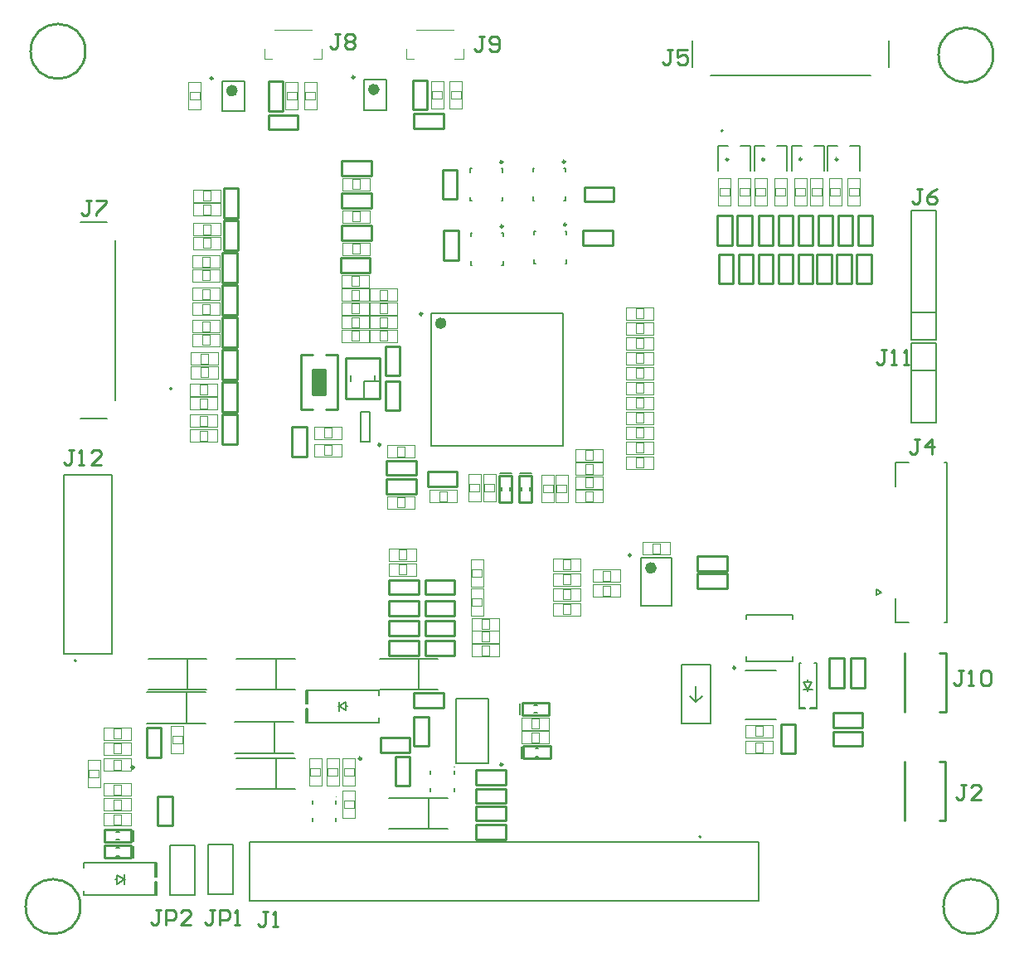
<source format=gbr>
G04*
G04 #@! TF.GenerationSoftware,Altium Limited,Altium Designer,24.1.2 (44)*
G04*
G04 Layer_Color=65535*
%FSLAX44Y44*%
%MOMM*%
G71*
G04*
G04 #@! TF.SameCoordinates,8DB790BD-C0D2-442E-8808-D1DB86FAA070*
G04*
G04*
G04 #@! TF.FilePolarity,Positive*
G04*
G01*
G75*
%ADD10C,0.2540*%
%ADD11C,0.1000*%
%ADD12C,0.2000*%
%ADD13C,0.2500*%
%ADD14C,0.6000*%
%ADD15C,0.3000*%
%ADD16C,0.1270*%
%ADD17C,0.2032*%
%ADD18C,0.1500*%
%ADD19C,0.1524*%
%ADD20R,1.2700X2.5400*%
D10*
X1317019Y1629410D02*
G03*
X1317019Y1629410I-27969J0D01*
G01*
X1311939Y755650D02*
G03*
X1311939Y755650I-27969J0D01*
G01*
X2249199D02*
G03*
X2249199Y755650I-27969J0D01*
G01*
X2244119Y1625600D02*
G03*
X2244119Y1625600I-27969J0D01*
G01*
X2195576Y954278D02*
Y1014730D01*
X2189480Y954278D02*
X2195576D01*
X2189480Y1014730D02*
X2195576D01*
X2153920Y954278D02*
Y1014730D01*
X2153390Y843588D02*
Y904040D01*
X2188950D02*
X2195046D01*
X2188950Y843588D02*
X2195046D01*
Y904040D01*
X1963540Y1392160D02*
Y1422160D01*
Y1392160D02*
X1978540D01*
X1963540Y1422160D02*
X1978540D01*
Y1392160D02*
Y1422160D01*
X2004180Y1392160D02*
Y1422160D01*
Y1392160D02*
X2019180D01*
X2004180Y1422160D02*
X2019180D01*
Y1392160D02*
Y1422160D01*
X1983860Y1392160D02*
Y1422160D01*
Y1392160D02*
X1998860D01*
X1983860Y1422160D02*
X1998860D01*
Y1392160D02*
Y1422160D01*
X2084190Y1392160D02*
Y1422160D01*
Y1392160D02*
X2099190D01*
X2084190Y1422160D02*
X2099190D01*
Y1392160D02*
Y1422160D01*
X2104510Y1392160D02*
Y1422160D01*
Y1392160D02*
X2119510D01*
X2104510Y1422160D02*
X2119510D01*
Y1392160D02*
Y1422160D01*
X2120780Y1431530D02*
Y1461530D01*
X2105780D02*
X2120780D01*
X2105780Y1431530D02*
X2120780D01*
X2105780D02*
Y1461530D01*
X2080140Y1431650D02*
Y1461650D01*
X2065140D02*
X2080140D01*
X2065140Y1431650D02*
X2080140D01*
X2065140D02*
Y1461650D01*
X2059820Y1431650D02*
Y1461650D01*
X2044820D02*
X2059820D01*
X2044820Y1431650D02*
X2059820D01*
X2044820D02*
Y1461650D01*
X2024500Y1392160D02*
Y1422160D01*
Y1392160D02*
X2039500D01*
X2024500Y1422160D02*
X2039500D01*
Y1392160D02*
Y1422160D01*
X2019180Y1431650D02*
Y1461650D01*
X2004180D02*
X2019180D01*
X2004180Y1431650D02*
X2019180D01*
X2004180D02*
Y1461650D01*
X2063870Y1392280D02*
Y1422280D01*
Y1392280D02*
X2078870D01*
X2063870Y1422280D02*
X2078870D01*
Y1392280D02*
Y1422280D01*
X2044820Y1392160D02*
Y1422160D01*
Y1392160D02*
X2059820D01*
X2044820Y1422160D02*
X2059820D01*
Y1392160D02*
Y1422160D01*
X1977270Y1431410D02*
Y1461410D01*
X1962270D02*
X1977270D01*
X1962270Y1431410D02*
X1977270D01*
X1962270D02*
Y1461410D01*
X1997590Y1431530D02*
Y1461530D01*
X1982590D02*
X1997590D01*
X1982590Y1431530D02*
X1997590D01*
X1982590D02*
Y1461530D01*
X2100460Y1431530D02*
Y1461530D01*
X2085460D02*
X2100460D01*
X2085460Y1431530D02*
X2100460D01*
X2085460D02*
Y1461530D01*
X2039500Y1431530D02*
Y1461530D01*
X2024500D02*
X2039500D01*
X2024500Y1431530D02*
X2039500D01*
X2024500D02*
Y1461530D01*
X1825230Y1446410D02*
X1855230D01*
X1825230Y1431410D02*
Y1446410D01*
X1855230Y1431410D02*
Y1446410D01*
X1825230Y1431410D02*
X1855230D01*
X1336310Y834390D02*
X1363710D01*
X1336310Y821690D02*
Y834390D01*
Y821690D02*
X1363710D01*
Y834390D01*
X1562862Y1319784D02*
X1574292D01*
X1537208D02*
X1548638D01*
X1549400Y1278890D02*
X1562100D01*
Y1304290D01*
X1549400D02*
X1562100D01*
X1549400Y1278890D02*
Y1304290D01*
X1537208Y1263396D02*
Y1319784D01*
X1574292Y1263396D02*
Y1319784D01*
X1562862Y1263396D02*
X1574292D01*
X1537208D02*
X1548638D01*
X1624570Y1196460D02*
X1654570D01*
Y1211460D01*
X1624570Y1196460D02*
Y1211460D01*
X1654570D01*
X1624570Y1177410D02*
X1654570D01*
Y1192410D01*
X1624570Y1177410D02*
Y1192410D01*
X1654570D01*
X1763030Y951230D02*
Y963930D01*
X1790430D01*
Y951230D02*
Y963930D01*
X1763030Y951230D02*
X1790430D01*
X1764300Y906780D02*
Y919480D01*
X1791700D01*
Y906780D02*
Y919480D01*
X1764300Y906780D02*
X1791700D01*
X1363830Y805180D02*
Y817880D01*
X1336430Y805180D02*
X1363830D01*
X1336430D02*
Y817880D01*
X1363830D01*
X1648330Y879080D02*
Y909080D01*
X1633330D02*
X1648330D01*
X1633330Y879080D02*
X1648330D01*
X1633330D02*
Y909080D01*
X1618210Y913250D02*
X1648210D01*
Y928250D01*
X1618210Y913250D02*
Y928250D01*
X1648210D01*
X1716010Y880230D02*
X1746010D01*
Y895230D01*
X1716010Y880230D02*
Y895230D01*
X1746010D01*
X1652510Y973970D02*
X1682510D01*
X1652510Y958970D02*
Y973970D01*
X1682510Y958970D02*
Y973970D01*
X1652510Y958970D02*
X1682510D01*
X1716010Y876180D02*
X1746010D01*
X1716010Y861180D02*
Y876180D01*
X1746010Y861180D02*
Y876180D01*
X1716010Y861180D02*
X1746010D01*
X1652390Y919720D02*
Y949720D01*
Y919720D02*
X1667390D01*
X1652390Y949720D02*
X1667390D01*
Y919720D02*
Y949720D01*
X1390760Y838560D02*
Y868560D01*
Y838560D02*
X1405760D01*
X1390760Y868560D02*
X1405760D01*
Y838560D02*
Y868560D01*
X1394330Y908290D02*
Y938290D01*
X1379330D02*
X1394330D01*
X1379330Y908290D02*
X1394330D01*
X1379330D02*
Y938290D01*
X1716010Y858400D02*
X1746010D01*
X1716010Y843400D02*
Y858400D01*
X1746010Y843400D02*
Y858400D01*
X1716010Y843400D02*
X1746010D01*
X1716010Y824350D02*
X1746010D01*
Y839350D01*
X1716010Y824350D02*
Y839350D01*
X1746010D01*
X1627110Y1032630D02*
X1657110D01*
Y1047630D01*
X1627110Y1032630D02*
Y1047630D01*
X1657110D01*
X1627110Y1074540D02*
X1657110D01*
Y1089540D01*
X1627110Y1074540D02*
Y1089540D01*
X1657110D01*
X1663940Y1032630D02*
X1693940D01*
Y1047630D01*
X1663940Y1032630D02*
Y1047630D01*
X1693940D01*
X1663940Y1074540D02*
X1693940D01*
Y1089540D01*
X1663940Y1074540D02*
Y1089540D01*
X1693940D01*
X1627110Y1012310D02*
X1657110D01*
Y1027310D01*
X1627110Y1012310D02*
Y1027310D01*
X1657110D01*
X1627110Y1052950D02*
X1657110D01*
Y1067950D01*
X1627110Y1052950D02*
Y1067950D01*
X1657110D01*
X1663940Y1012310D02*
X1693940D01*
Y1027310D01*
X1663940Y1012310D02*
Y1027310D01*
X1693940D01*
X1663940Y1052950D02*
X1693940D01*
Y1067950D01*
X1663940Y1052950D02*
Y1067950D01*
X1693940D01*
X1682870Y1416410D02*
Y1446410D01*
Y1416410D02*
X1697870D01*
X1682870Y1446410D02*
X1697870D01*
Y1416410D02*
Y1446410D01*
X1681600Y1478520D02*
Y1508520D01*
Y1478520D02*
X1696600D01*
X1681600Y1508520D02*
X1696600D01*
Y1478520D02*
Y1508520D01*
X1826620Y1475860D02*
X1856620D01*
Y1490860D01*
X1826620Y1475860D02*
Y1490860D01*
X1856620D01*
X1666405Y1184835D02*
X1696405D01*
Y1199835D01*
X1666405Y1184835D02*
Y1199835D01*
X1696405D01*
X1578850Y1469510D02*
X1608850D01*
Y1484510D01*
X1578850Y1469510D02*
Y1484510D01*
X1608850D01*
X1456810Y1261230D02*
Y1291230D01*
Y1261230D02*
X1471810D01*
X1456810Y1291230D02*
X1471810D01*
Y1261230D02*
Y1291230D01*
X1456810Y1393310D02*
Y1423310D01*
Y1393310D02*
X1471810D01*
X1456810Y1423310D02*
X1471810D01*
Y1393310D02*
Y1423310D01*
X1456810Y1327270D02*
Y1357270D01*
Y1327270D02*
X1471810D01*
X1456810Y1357270D02*
X1471810D01*
Y1327270D02*
Y1357270D01*
X1578850Y1502530D02*
X1608850D01*
Y1517530D01*
X1578850Y1502530D02*
Y1517530D01*
X1608850D01*
X1458080Y1459350D02*
Y1489350D01*
Y1459350D02*
X1473080D01*
X1458080Y1489350D02*
X1473080D01*
Y1459350D02*
Y1489350D01*
X1471810Y1228210D02*
Y1258210D01*
X1456810D02*
X1471810D01*
X1456810Y1228210D02*
X1471810D01*
X1456810D02*
Y1258210D01*
X1577580Y1403470D02*
X1607580D01*
Y1418470D01*
X1577580Y1403470D02*
Y1418470D01*
X1607580D01*
X1471810Y1360290D02*
Y1390290D01*
X1456810D02*
X1471810D01*
X1456810Y1360290D02*
X1471810D01*
X1456810D02*
Y1390290D01*
X1473080Y1426330D02*
Y1456330D01*
X1458080D02*
X1473080D01*
X1458080Y1426330D02*
X1473080D01*
X1458080D02*
Y1456330D01*
X1578850Y1436490D02*
X1608850D01*
Y1451490D01*
X1578850Y1436490D02*
Y1451490D01*
X1608850D01*
X1471810Y1294250D02*
Y1324250D01*
X1456810D02*
X1471810D01*
X1456810Y1294250D02*
X1471810D01*
X1456810D02*
Y1324250D01*
X1518800Y1568690D02*
Y1598690D01*
X1503800D02*
X1518800D01*
X1503800Y1568690D02*
X1518800D01*
X1503800D02*
Y1598690D01*
X1666120Y1569960D02*
Y1599960D01*
X1651120D02*
X1666120D01*
X1651120Y1569960D02*
X1666120D01*
X1651120D02*
Y1599960D01*
X1503800Y1564520D02*
X1533800D01*
X1503800Y1549520D02*
Y1564520D01*
X1533800Y1549520D02*
Y1564520D01*
X1503800Y1549520D02*
X1533800D01*
X1652510Y1565790D02*
X1682510D01*
X1652510Y1550790D02*
Y1565790D01*
X1682510Y1550790D02*
Y1565790D01*
X1652510Y1550790D02*
X1682510D01*
X2098160Y979410D02*
Y1009410D01*
Y979410D02*
X2113160D01*
X2098160Y1009410D02*
X2113160D01*
Y979410D02*
Y1009410D01*
X2076570Y979410D02*
Y1009410D01*
Y979410D02*
X2091570D01*
X2076570Y1009410D02*
X2091570D01*
Y979410D02*
Y1009410D01*
X2080500Y938650D02*
X2110500D01*
Y953650D01*
X2080500Y938650D02*
Y953650D01*
X2110500D01*
X2027040Y912100D02*
Y942100D01*
Y912100D02*
X2042040D01*
X2027040Y942100D02*
X2042040D01*
Y912100D02*
Y942100D01*
X2080500Y919600D02*
X2110500D01*
Y934600D01*
X2080500Y919600D02*
Y934600D01*
X2110500D01*
X1941950Y1113670D02*
X1971950D01*
X1941950Y1098670D02*
Y1113670D01*
X1971950Y1098670D02*
Y1113670D01*
X1941950Y1098670D02*
X1971950D01*
X1942070Y1080890D02*
X1972070D01*
Y1095890D01*
X1942070Y1080890D02*
Y1095890D01*
X1972070D01*
X1527930Y1215630D02*
Y1245630D01*
Y1215630D02*
X1542930D01*
X1527930Y1245630D02*
X1542930D01*
Y1215630D02*
Y1245630D01*
X1583200Y1274900D02*
X1617200D01*
X1583200D02*
Y1315900D01*
X1617200D01*
Y1274900D02*
Y1315900D01*
X1623180Y1262620D02*
Y1292620D01*
Y1262620D02*
X1638180D01*
X1623180Y1292620D02*
X1638180D01*
Y1262620D02*
Y1292620D01*
X1638180Y1298180D02*
Y1328180D01*
X1623180D02*
X1638180D01*
X1623180Y1298180D02*
X1638180D01*
X1623180D02*
Y1328180D01*
X1760220Y1196070D02*
X1772920D01*
Y1168670D02*
Y1196070D01*
X1760220Y1168670D02*
X1772920D01*
X1760220D02*
Y1196070D01*
X1739900D02*
X1752600D01*
Y1168670D02*
Y1196070D01*
X1739900Y1168670D02*
X1752600D01*
X1739900D02*
Y1196070D01*
X1323341Y1477007D02*
X1318262D01*
X1320802D01*
Y1464312D01*
X1318262Y1461772D01*
X1315723D01*
X1313184Y1464312D01*
X1328419Y1477007D02*
X1338576D01*
Y1474468D01*
X1328419Y1464312D01*
Y1461772D01*
X1577341Y1647188D02*
X1572263D01*
X1574802D01*
Y1634492D01*
X1572263Y1631953D01*
X1569723D01*
X1567184Y1634492D01*
X1582419Y1644648D02*
X1584958Y1647188D01*
X1590037D01*
X1592576Y1644648D01*
Y1642109D01*
X1590037Y1639570D01*
X1592576Y1637031D01*
Y1634492D01*
X1590037Y1631953D01*
X1584958D01*
X1582419Y1634492D01*
Y1637031D01*
X1584958Y1639570D01*
X1582419Y1642109D01*
Y1644648D01*
X1584958Y1639570D02*
X1590037D01*
X1724661Y1644648D02*
X1719583D01*
X1722122D01*
Y1631952D01*
X1719583Y1629413D01*
X1717043D01*
X1714504Y1631952D01*
X1729739D02*
X1732278Y1629413D01*
X1737357D01*
X1739896Y1631952D01*
Y1642108D01*
X1737357Y1644648D01*
X1732278D01*
X1729739Y1642108D01*
Y1639569D01*
X1732278Y1637030D01*
X1739896D01*
X1916431Y1630677D02*
X1911353D01*
X1913892D01*
Y1617982D01*
X1911353Y1615443D01*
X1908813D01*
X1906274Y1617982D01*
X1931666Y1630677D02*
X1921509D01*
Y1623060D01*
X1926588Y1625599D01*
X1929127D01*
X1931666Y1623060D01*
Y1617982D01*
X1929127Y1615443D01*
X1924048D01*
X1921509Y1617982D01*
X2213613Y996947D02*
X2208535D01*
X2211074D01*
Y984252D01*
X2208535Y981712D01*
X2205995D01*
X2203456Y984252D01*
X2218691Y981712D02*
X2223770D01*
X2221230D01*
Y996947D01*
X2218691Y994408D01*
X2231387D02*
X2233926Y996947D01*
X2239005D01*
X2241544Y994408D01*
Y984252D01*
X2239005Y981712D01*
X2233926D01*
X2231387Y984252D01*
Y994408D01*
X2216151Y880107D02*
X2211073D01*
X2213612D01*
Y867412D01*
X2211073Y864873D01*
X2208533D01*
X2205994Y867412D01*
X2231386Y864873D02*
X2221229D01*
X2231386Y875029D01*
Y877568D01*
X2228847Y880107D01*
X2223768D01*
X2221229Y877568D01*
X1304795Y1221989D02*
X1299716D01*
X1302256D01*
Y1209293D01*
X1299716Y1206754D01*
X1297177D01*
X1294638Y1209293D01*
X1309873Y1206754D02*
X1314951D01*
X1312412D01*
Y1221989D01*
X1309873Y1219450D01*
X1332726Y1206754D02*
X1322569D01*
X1332726Y1216911D01*
Y1219450D01*
X1330186Y1221989D01*
X1325108D01*
X1322569Y1219450D01*
X2169161Y1233167D02*
X2164082D01*
X2166622D01*
Y1220472D01*
X2164082Y1217933D01*
X2161543D01*
X2159004Y1220472D01*
X2181857Y1217933D02*
Y1233167D01*
X2174239Y1225550D01*
X2184396D01*
X1503680Y750567D02*
X1498602D01*
X1501141D01*
Y737872D01*
X1498602Y735332D01*
X1496062D01*
X1493523Y737872D01*
X1508758Y735332D02*
X1513837D01*
X1511298D01*
Y750567D01*
X1508758Y748028D01*
X1394453Y751837D02*
X1389375D01*
X1391914D01*
Y739142D01*
X1389375Y736602D01*
X1386836D01*
X1384297Y739142D01*
X1399532Y736602D02*
Y751837D01*
X1407149D01*
X1409688Y749298D01*
Y744220D01*
X1407149Y741681D01*
X1399532D01*
X1424924Y736602D02*
X1414767D01*
X1424924Y746759D01*
Y749298D01*
X1422384Y751837D01*
X1417306D01*
X1414767Y749298D01*
X1449062Y751837D02*
X1443984D01*
X1446523D01*
Y739142D01*
X1443984Y736602D01*
X1441445D01*
X1438906Y739142D01*
X1454141Y736602D02*
Y751837D01*
X1461758D01*
X1464298Y749298D01*
Y744220D01*
X1461758Y741681D01*
X1454141D01*
X1469376Y736602D02*
X1474454D01*
X1471915D01*
Y751837D01*
X1469376Y749298D01*
X2134872Y1324608D02*
X2129794D01*
X2132333D01*
Y1311912D01*
X2129794Y1309373D01*
X2127254D01*
X2124715Y1311912D01*
X2139950Y1309373D02*
X2145029D01*
X2142490D01*
Y1324608D01*
X2139950Y1322068D01*
X2152646Y1309373D02*
X2157725D01*
X2155186D01*
Y1324608D01*
X2152646Y1322068D01*
X2171701Y1488438D02*
X2166622D01*
X2169162D01*
Y1475742D01*
X2166622Y1473203D01*
X2164083D01*
X2161544Y1475742D01*
X2186936Y1488438D02*
X2181857Y1485898D01*
X2176779Y1480820D01*
Y1475742D01*
X2179318Y1473203D01*
X2184397D01*
X2186936Y1475742D01*
Y1478281D01*
X2184397Y1480820D01*
X2176779D01*
D11*
X1573170Y867730D02*
G03*
X1573170Y867730I-500J0D01*
G01*
X1693970Y898420D02*
G03*
X1693970Y898420I-500J0D01*
G01*
X1588771Y1389380D02*
X1596391D01*
X1588771D02*
Y1399540D01*
X1596391D01*
Y1389380D02*
Y1399540D01*
X1578611Y1388110D02*
X1606551D01*
X1578611D02*
Y1400810D01*
X1583691D01*
X1606551D01*
Y1388110D02*
Y1400810D01*
X1558610Y1621790D02*
Y1631950D01*
X1510350Y1651000D02*
X1548450D01*
X1500190Y1621790D02*
Y1631950D01*
Y1621790D02*
X1507810D01*
X1549720D02*
X1558610D01*
X1703070D02*
Y1631950D01*
X1654810Y1651000D02*
X1692910D01*
X1644650Y1621790D02*
Y1631950D01*
Y1621790D02*
X1652270D01*
X1694180D02*
X1703070D01*
X1827529Y1207770D02*
X1835149D01*
Y1197610D02*
Y1207770D01*
X1827529Y1197610D02*
X1835149D01*
X1827529D02*
Y1207770D01*
X1817369Y1209040D02*
X1845309D01*
Y1196340D02*
Y1209040D01*
X1840229Y1196340D02*
X1845309D01*
X1817369D02*
X1840229D01*
X1817369D02*
Y1209040D01*
X1827529Y1179830D02*
X1835149D01*
Y1169670D02*
Y1179830D01*
X1827529Y1169670D02*
X1835149D01*
X1827529D02*
Y1179830D01*
X1817369Y1181100D02*
X1845309D01*
Y1168400D02*
Y1181100D01*
X1840229Y1168400D02*
X1845309D01*
X1817369D02*
X1840229D01*
X1817369D02*
Y1181100D01*
X1827529Y1221740D02*
X1835149D01*
Y1211580D02*
Y1221740D01*
X1827529Y1211580D02*
X1835149D01*
X1827529D02*
Y1221740D01*
X1817369Y1223010D02*
X1845309D01*
Y1210310D02*
Y1223010D01*
X1840229Y1210310D02*
X1845309D01*
X1817369D02*
X1840229D01*
X1817369D02*
Y1223010D01*
X1827529Y1193800D02*
X1835149D01*
Y1183640D02*
Y1193800D01*
X1827529Y1183640D02*
X1835149D01*
X1827529D02*
Y1193800D01*
X1817369Y1195070D02*
X1845309D01*
Y1182370D02*
Y1195070D01*
X1840229Y1182370D02*
X1845309D01*
X1817369D02*
X1840229D01*
X1817369D02*
Y1195070D01*
X1668779Y1168400D02*
Y1181100D01*
Y1168400D02*
X1691639D01*
X1696719D01*
Y1181100D01*
X1668779D02*
X1696719D01*
X1678939Y1169670D02*
Y1179830D01*
Y1169670D02*
X1686559D01*
Y1179830D01*
X1678939D02*
X1686559D01*
X1708150Y1169669D02*
X1720850D01*
Y1192529D01*
Y1197609D01*
X1708150D02*
X1720850D01*
X1708150Y1169669D02*
Y1197609D01*
X1709420Y1179829D02*
X1719580D01*
Y1187449D01*
X1709420D02*
X1719580D01*
X1709420Y1179829D02*
Y1187449D01*
X1723390Y1169669D02*
X1736090D01*
Y1192529D01*
Y1197609D01*
X1723390D02*
X1736090D01*
X1723390Y1169669D02*
Y1197609D01*
X1724660Y1179829D02*
X1734820D01*
Y1187449D01*
X1724660D02*
X1734820D01*
X1724660Y1179829D02*
Y1187449D01*
X1625599Y1214120D02*
Y1226820D01*
Y1214120D02*
X1648459D01*
X1653539D01*
Y1226820D01*
X1625599D02*
X1653539D01*
X1635759Y1215390D02*
Y1225550D01*
Y1215390D02*
X1643379D01*
Y1225550D01*
X1635759D02*
X1643379D01*
X1625599Y1162050D02*
Y1174750D01*
Y1162050D02*
X1648459D01*
X1653539D01*
Y1174750D01*
X1625599D02*
X1653539D01*
X1635759Y1163320D02*
Y1173480D01*
Y1163320D02*
X1643379D01*
Y1173480D01*
X1635759D02*
X1643379D01*
X1869439Y1217930D02*
Y1230630D01*
Y1217930D02*
X1892299D01*
X1897379D01*
Y1230630D01*
X1869439D02*
X1897379D01*
X1879599Y1219200D02*
Y1229360D01*
Y1219200D02*
X1887219D01*
Y1229360D01*
X1879599D02*
X1887219D01*
X1869440Y1233170D02*
Y1245870D01*
Y1233170D02*
X1892300D01*
X1897380D01*
Y1245870D01*
X1869440D02*
X1897380D01*
X1879600Y1234440D02*
Y1244600D01*
Y1234440D02*
X1887220D01*
Y1244600D01*
X1879600D02*
X1887220D01*
X1869439Y1248410D02*
Y1261110D01*
Y1248410D02*
X1892299D01*
X1897379D01*
Y1261110D01*
X1869439D02*
X1897379D01*
X1879599Y1249680D02*
Y1259840D01*
Y1249680D02*
X1887219D01*
Y1259840D01*
X1879599D02*
X1887219D01*
X1869061Y1278889D02*
Y1291589D01*
Y1278889D02*
X1891921D01*
X1897001D01*
Y1291589D01*
X1869061D02*
X1897001D01*
X1879221Y1280159D02*
Y1290319D01*
Y1280159D02*
X1886841D01*
Y1290319D01*
X1879221D02*
X1886841D01*
X1869061Y1294129D02*
Y1306829D01*
Y1294129D02*
X1891921D01*
X1897001D01*
Y1306829D01*
X1869061D02*
X1897001D01*
X1879221Y1295399D02*
Y1305559D01*
Y1295399D02*
X1886841D01*
Y1305559D01*
X1879221D02*
X1886841D01*
X1869061Y1309369D02*
Y1322069D01*
Y1309369D02*
X1891921D01*
X1897001D01*
Y1322069D01*
X1869061D02*
X1897001D01*
X1879221Y1310639D02*
Y1320799D01*
Y1310639D02*
X1886841D01*
Y1320799D01*
X1879221D02*
X1886841D01*
X1869061Y1324609D02*
Y1337309D01*
Y1324609D02*
X1891921D01*
X1897001D01*
Y1337309D01*
X1869061D02*
X1897001D01*
X1879221Y1325879D02*
Y1336039D01*
Y1325879D02*
X1886841D01*
Y1336039D01*
X1879221D02*
X1886841D01*
X1579870Y845819D02*
X1592570D01*
Y868679D01*
Y873759D01*
X1579870D02*
X1592570D01*
X1579870Y845819D02*
Y873759D01*
X1581140Y855979D02*
X1591300D01*
Y863599D01*
X1581140D02*
X1591300D01*
X1581140Y855979D02*
Y863599D01*
X1545580Y878839D02*
X1558280D01*
Y901699D01*
Y906779D01*
X1545580D02*
X1558280D01*
X1545580Y878839D02*
Y906779D01*
X1546850Y888999D02*
X1557010D01*
Y896619D01*
X1546850D02*
X1557010D01*
X1546850Y888999D02*
Y896619D01*
X1563360Y906781D02*
X1576060D01*
X1563360Y883921D02*
Y906781D01*
Y878841D02*
Y883921D01*
Y878841D02*
X1576060D01*
Y906781D01*
X1564630Y896621D02*
X1574790D01*
X1564630Y889001D02*
Y896621D01*
Y889001D02*
X1574790D01*
Y896621D01*
X1762759Y935990D02*
Y948690D01*
Y935990D02*
X1785619D01*
X1790699D01*
Y948690D01*
X1762759D02*
X1790699D01*
X1772919Y937260D02*
Y947420D01*
Y937260D02*
X1780539D01*
Y947420D01*
X1772919D02*
X1780539D01*
X1762759Y922020D02*
Y934720D01*
Y922020D02*
X1785619D01*
X1790699D01*
Y934720D01*
X1762759D02*
X1790699D01*
X1772919Y923290D02*
Y933450D01*
Y923290D02*
X1780539D01*
Y933450D01*
X1772919D02*
X1780539D01*
X1579870Y878839D02*
X1592570D01*
Y901699D01*
Y906779D01*
X1579870D02*
X1592570D01*
X1579870Y878839D02*
Y906779D01*
X1581140Y888999D02*
X1591300D01*
Y896619D01*
X1581140D02*
X1591300D01*
X1581140Y888999D02*
Y896619D01*
X1336039Y853440D02*
Y866140D01*
Y853440D02*
X1358899D01*
X1363979D01*
Y866140D01*
X1336039D02*
X1363979D01*
X1346199Y854710D02*
Y864870D01*
Y854710D02*
X1353819D01*
Y864870D01*
X1346199D02*
X1353819D01*
X1336039Y868680D02*
Y881380D01*
Y868680D02*
X1358899D01*
X1363979D01*
Y881380D01*
X1336039D02*
X1363979D01*
X1346199Y869950D02*
Y880110D01*
Y869950D02*
X1353819D01*
Y880110D01*
X1346199D02*
X1353819D01*
X1336039Y894080D02*
Y906780D01*
Y894080D02*
X1358899D01*
X1363979D01*
Y906780D01*
X1336039D02*
X1363979D01*
X1346199Y895350D02*
Y905510D01*
Y895350D02*
X1353819D01*
Y905510D01*
X1346199D02*
X1353819D01*
X1363981Y925830D02*
Y938530D01*
X1341121D02*
X1363981D01*
X1336041D02*
X1341121D01*
X1336041Y925830D02*
Y938530D01*
Y925830D02*
X1363981D01*
X1353821Y927100D02*
Y937260D01*
X1346201D02*
X1353821D01*
X1346201Y927100D02*
Y937260D01*
Y927100D02*
X1353821D01*
X1363981Y838200D02*
Y850900D01*
X1341121D02*
X1363981D01*
X1336041D02*
X1341121D01*
X1336041Y838200D02*
Y850900D01*
Y838200D02*
X1363981D01*
X1353821Y839470D02*
Y849630D01*
X1346201D02*
X1353821D01*
X1346201Y839470D02*
Y849630D01*
Y839470D02*
X1353821D01*
X1336039Y910590D02*
Y923290D01*
Y910590D02*
X1358899D01*
X1363979D01*
Y923290D01*
X1336039D02*
X1363979D01*
X1346199Y911860D02*
Y922020D01*
Y911860D02*
X1353819D01*
Y922020D01*
X1346199D02*
X1353819D01*
X1319530Y877569D02*
X1332230D01*
Y900429D01*
Y905509D01*
X1319530D02*
X1332230D01*
X1319530Y877569D02*
Y905509D01*
X1320800Y887729D02*
X1330960D01*
Y895349D01*
X1320800D02*
X1330960D01*
X1320800Y887729D02*
Y895349D01*
X1404610Y939801D02*
X1417310D01*
X1404610Y916941D02*
Y939801D01*
Y911861D02*
Y916941D01*
Y911861D02*
X1417310D01*
Y939801D01*
X1405880Y929641D02*
X1416040D01*
X1405880Y922021D02*
Y929641D01*
Y922021D02*
X1416040D01*
Y929641D01*
X1654811Y1093470D02*
Y1106170D01*
X1631951D02*
X1654811D01*
X1626871D02*
X1631951D01*
X1626871Y1093470D02*
Y1106170D01*
Y1093470D02*
X1654811D01*
X1644651Y1094740D02*
Y1104900D01*
X1637031D02*
X1644651D01*
X1637031Y1094740D02*
Y1104900D01*
Y1094740D02*
X1644651D01*
X1654811Y1108710D02*
Y1121410D01*
X1631951D02*
X1654811D01*
X1626871D02*
X1631951D01*
X1626871Y1108710D02*
Y1121410D01*
Y1108710D02*
X1654811D01*
X1644651Y1109980D02*
Y1120140D01*
X1637031D02*
X1644651D01*
X1637031Y1109980D02*
Y1120140D01*
Y1109980D02*
X1644651D01*
X1797050Y1196341D02*
X1809750D01*
X1797050Y1173481D02*
Y1196341D01*
Y1168401D02*
Y1173481D01*
Y1168401D02*
X1809750D01*
Y1196341D01*
X1798320Y1186181D02*
X1808480D01*
X1798320Y1178561D02*
Y1186181D01*
Y1178561D02*
X1808480D01*
Y1186181D01*
X1783080Y1196341D02*
X1795780D01*
X1783080Y1173481D02*
Y1196341D01*
Y1168401D02*
Y1173481D01*
Y1168401D02*
X1795780D01*
Y1196341D01*
X1784350Y1186181D02*
X1794510D01*
X1784350Y1178561D02*
Y1186181D01*
Y1178561D02*
X1794510D01*
Y1186181D01*
X1739901Y1024890D02*
Y1037590D01*
X1717041D02*
X1739901D01*
X1711961D02*
X1717041D01*
X1711961Y1024890D02*
Y1037590D01*
Y1024890D02*
X1739901D01*
X1729741Y1026160D02*
Y1036320D01*
X1722121D02*
X1729741D01*
X1722121Y1026160D02*
Y1036320D01*
Y1026160D02*
X1729741D01*
X1739901Y1037590D02*
Y1050290D01*
X1717041D02*
X1739901D01*
X1711961D02*
X1717041D01*
X1711961Y1037590D02*
Y1050290D01*
Y1037590D02*
X1739901D01*
X1729741Y1038860D02*
Y1049020D01*
X1722121D02*
X1729741D01*
X1722121Y1038860D02*
Y1049020D01*
Y1038860D02*
X1729741D01*
X1739901Y1010920D02*
Y1023620D01*
X1717041D02*
X1739901D01*
X1711961D02*
X1717041D01*
X1711961Y1010920D02*
Y1023620D01*
Y1010920D02*
X1739901D01*
X1729741Y1012190D02*
Y1022350D01*
X1722121D02*
X1729741D01*
X1722121Y1012190D02*
Y1022350D01*
Y1012190D02*
X1729741D01*
X1794509Y1098550D02*
Y1111250D01*
Y1098550D02*
X1817369D01*
X1822449D01*
Y1111250D01*
X1794509D02*
X1822449D01*
X1804669Y1099820D02*
Y1109980D01*
Y1099820D02*
X1812289D01*
Y1109980D01*
X1804669D02*
X1812289D01*
X1794509Y1052830D02*
Y1065530D01*
Y1052830D02*
X1817369D01*
X1822449D01*
Y1065530D01*
X1794509D02*
X1822449D01*
X1804669Y1054100D02*
Y1064260D01*
Y1054100D02*
X1812289D01*
Y1064260D01*
X1804669D02*
X1812289D01*
X1794509Y1068070D02*
Y1080770D01*
Y1068070D02*
X1817369D01*
X1822449D01*
Y1080770D01*
X1794509D02*
X1822449D01*
X1804669Y1069340D02*
Y1079500D01*
Y1069340D02*
X1812289D01*
Y1079500D01*
X1804669D02*
X1812289D01*
X1710690Y1109981D02*
X1723390D01*
X1710690Y1087121D02*
Y1109981D01*
Y1082041D02*
Y1087121D01*
Y1082041D02*
X1723390D01*
Y1109981D01*
X1711960Y1099821D02*
X1722120D01*
X1711960Y1092201D02*
Y1099821D01*
Y1092201D02*
X1722120D01*
Y1099821D01*
X1897381Y1355090D02*
Y1367790D01*
X1874521D02*
X1897381D01*
X1869441D02*
X1874521D01*
X1869441Y1355090D02*
Y1367790D01*
Y1355090D02*
X1897381D01*
X1887221Y1356360D02*
Y1366520D01*
X1879601D02*
X1887221D01*
X1879601Y1356360D02*
Y1366520D01*
Y1356360D02*
X1887221D01*
X1897381Y1263650D02*
Y1276350D01*
X1874521D02*
X1897381D01*
X1869441D02*
X1874521D01*
X1869441Y1263650D02*
Y1276350D01*
Y1263650D02*
X1897381D01*
X1887221Y1264920D02*
Y1275080D01*
X1879601D02*
X1887221D01*
X1879601Y1264920D02*
Y1275080D01*
Y1264920D02*
X1887221D01*
X1897381Y1202690D02*
Y1215390D01*
X1874521D02*
X1897381D01*
X1869441D02*
X1874521D01*
X1869441Y1202690D02*
Y1215390D01*
Y1202690D02*
X1897381D01*
X1887221Y1203960D02*
Y1214120D01*
X1879601D02*
X1887221D01*
X1879601Y1203960D02*
Y1214120D01*
Y1203960D02*
X1887221D01*
X1897381Y1339850D02*
Y1352550D01*
X1874521D02*
X1897381D01*
X1869441D02*
X1874521D01*
X1869441Y1339850D02*
Y1352550D01*
Y1339850D02*
X1897381D01*
X1887221Y1341120D02*
Y1351280D01*
X1879601D02*
X1887221D01*
X1879601Y1341120D02*
Y1351280D01*
Y1341120D02*
X1887221D01*
X1710690Y1080771D02*
X1723390D01*
X1710690Y1057911D02*
Y1080771D01*
Y1052831D02*
Y1057911D01*
Y1052831D02*
X1723390D01*
Y1080771D01*
X1711960Y1070611D02*
X1722120D01*
X1711960Y1062991D02*
Y1070611D01*
Y1062991D02*
X1722120D01*
Y1070611D01*
X1822451Y1083310D02*
Y1096010D01*
X1799591D02*
X1822451D01*
X1794511D02*
X1799591D01*
X1794511Y1083310D02*
Y1096010D01*
Y1083310D02*
X1822451D01*
X1812291Y1084580D02*
Y1094740D01*
X1804671D02*
X1812291D01*
X1804671Y1084580D02*
Y1094740D01*
Y1084580D02*
X1812291D01*
X1635761Y1374140D02*
Y1386840D01*
X1612901D02*
X1635761D01*
X1607821D02*
X1612901D01*
X1607821Y1374140D02*
Y1386840D01*
Y1374140D02*
X1635761D01*
X1625601Y1375410D02*
Y1385570D01*
X1617981D02*
X1625601D01*
X1617981Y1375410D02*
Y1385570D01*
Y1375410D02*
X1625601D01*
X1635761Y1360170D02*
Y1372870D01*
X1612901D02*
X1635761D01*
X1607821D02*
X1612901D01*
X1607821Y1360170D02*
Y1372870D01*
Y1360170D02*
X1635761D01*
X1625601Y1361440D02*
Y1371600D01*
X1617981D02*
X1625601D01*
X1617981Y1361440D02*
Y1371600D01*
Y1361440D02*
X1625601D01*
X1578609Y1374140D02*
Y1386840D01*
Y1374140D02*
X1601469D01*
X1606549D01*
Y1386840D01*
X1578609D02*
X1606549D01*
X1588769Y1375410D02*
Y1385570D01*
Y1375410D02*
X1596389D01*
Y1385570D01*
X1588769D02*
X1596389D01*
X1578609Y1360170D02*
Y1372870D01*
Y1360170D02*
X1601469D01*
X1606549D01*
Y1372870D01*
X1578609D02*
X1606549D01*
X1588769Y1361440D02*
Y1371600D01*
Y1361440D02*
X1596389D01*
Y1371600D01*
X1588769D02*
X1596389D01*
X1635761Y1346200D02*
Y1358900D01*
X1612901D02*
X1635761D01*
X1607821D02*
X1612901D01*
X1607821Y1346200D02*
Y1358900D01*
Y1346200D02*
X1635761D01*
X1625601Y1347470D02*
Y1357630D01*
X1617981D02*
X1625601D01*
X1617981Y1347470D02*
Y1357630D01*
Y1347470D02*
X1625601D01*
X1635761Y1332230D02*
Y1344930D01*
X1612901D02*
X1635761D01*
X1607821D02*
X1612901D01*
X1607821Y1332230D02*
Y1344930D01*
Y1332230D02*
X1635761D01*
X1625601Y1333500D02*
Y1343660D01*
X1617981D02*
X1625601D01*
X1617981Y1333500D02*
Y1343660D01*
Y1333500D02*
X1625601D01*
X1578609Y1346200D02*
Y1358900D01*
Y1346200D02*
X1601469D01*
X1606549D01*
Y1358900D01*
X1578609D02*
X1606549D01*
X1588769Y1347470D02*
Y1357630D01*
Y1347470D02*
X1596389D01*
Y1357630D01*
X1588769D02*
X1596389D01*
X1578609Y1332230D02*
Y1344930D01*
Y1332230D02*
X1601469D01*
X1606549D01*
Y1344930D01*
X1578609D02*
X1606549D01*
X1588769Y1333500D02*
Y1343660D01*
Y1333500D02*
X1596389D01*
Y1343660D01*
X1588769D02*
X1596389D01*
X2020570Y1471929D02*
X2033270D01*
Y1494789D01*
Y1499869D01*
X2020570D02*
X2033270D01*
X2020570Y1471929D02*
Y1499869D01*
X2021840Y1482089D02*
X2032000D01*
Y1489709D01*
X2021840D02*
X2032000D01*
X2021840Y1482089D02*
Y1489709D01*
X1983740Y1471929D02*
X1996440D01*
Y1494789D01*
Y1499869D01*
X1983740D02*
X1996440D01*
X1983740Y1471929D02*
Y1499869D01*
X1985010Y1482089D02*
X1995170D01*
Y1489709D01*
X1985010D02*
X1995170D01*
X1985010Y1482089D02*
Y1489709D01*
X2000250Y1471929D02*
X2012950D01*
Y1494789D01*
Y1499869D01*
X2000250D02*
X2012950D01*
X2000250Y1471929D02*
Y1499869D01*
X2001520Y1482089D02*
X2011680D01*
Y1489709D01*
X2001520D02*
X2011680D01*
X2001520Y1482089D02*
Y1489709D01*
X1963420Y1471929D02*
X1976120D01*
Y1494789D01*
Y1499869D01*
X1963420D02*
X1976120D01*
X1963420Y1471929D02*
Y1499869D01*
X1964690Y1482089D02*
X1974850D01*
Y1489709D01*
X1964690D02*
X1974850D01*
X1964690Y1482089D02*
Y1489709D01*
X2095500Y1471929D02*
X2108200D01*
Y1494789D01*
Y1499869D01*
X2095500D02*
X2108200D01*
X2095500Y1471929D02*
Y1499869D01*
X2096770Y1482089D02*
X2106930D01*
Y1489709D01*
X2096770D02*
X2106930D01*
X2096770Y1482089D02*
Y1489709D01*
X2057400Y1471929D02*
X2070100D01*
Y1494789D01*
Y1499869D01*
X2057400D02*
X2070100D01*
X2057400Y1471929D02*
Y1499869D01*
X2058670Y1482089D02*
X2068830D01*
Y1489709D01*
X2058670D02*
X2068830D01*
X2058670Y1482089D02*
Y1489709D01*
X2076450Y1471929D02*
X2089150D01*
Y1494789D01*
Y1499869D01*
X2076450D02*
X2089150D01*
X2076450Y1471929D02*
Y1499869D01*
X2077720Y1482089D02*
X2087880D01*
Y1489709D01*
X2077720D02*
X2087880D01*
X2077720Y1482089D02*
Y1489709D01*
X2040890Y1471929D02*
X2053590D01*
Y1494789D01*
Y1499869D01*
X2040890D02*
X2053590D01*
X2040890Y1471929D02*
Y1499869D01*
X2042160Y1482089D02*
X2052320D01*
Y1489709D01*
X2042160D02*
X2052320D01*
X2042160Y1482089D02*
Y1489709D01*
X1607821Y1454150D02*
Y1466850D01*
X1584961D02*
X1607821D01*
X1579881D02*
X1584961D01*
X1579881Y1454150D02*
Y1466850D01*
Y1454150D02*
X1607821D01*
X1597661Y1455420D02*
Y1465580D01*
X1590041D02*
X1597661D01*
X1590041Y1455420D02*
Y1465580D01*
Y1455420D02*
X1597661D01*
X1423669Y1263530D02*
Y1276230D01*
Y1263530D02*
X1446529D01*
X1451609D01*
Y1276230D01*
X1423669D02*
X1451609D01*
X1433829Y1264800D02*
Y1274960D01*
Y1264800D02*
X1441449D01*
Y1274960D01*
X1433829D02*
X1441449D01*
X1454151Y1394340D02*
Y1407040D01*
X1431291D02*
X1454151D01*
X1426211D02*
X1431291D01*
X1426211Y1394340D02*
Y1407040D01*
Y1394340D02*
X1454151D01*
X1443991Y1395610D02*
Y1405770D01*
X1436371D02*
X1443991D01*
X1436371Y1395610D02*
Y1405770D01*
Y1395610D02*
X1443991D01*
X1451611Y1277500D02*
Y1290200D01*
X1428751D02*
X1451611D01*
X1423671D02*
X1428751D01*
X1423671Y1277500D02*
Y1290200D01*
Y1277500D02*
X1451611D01*
X1441451Y1278770D02*
Y1288930D01*
X1433831D02*
X1441451D01*
X1433831Y1278770D02*
Y1288930D01*
Y1278770D02*
X1441451D01*
X1426209Y1408310D02*
Y1421010D01*
Y1408310D02*
X1449069D01*
X1454149D01*
Y1421010D01*
X1426209D02*
X1454149D01*
X1436369Y1409580D02*
Y1419740D01*
Y1409580D02*
X1443989D01*
Y1419740D01*
X1436369D02*
X1443989D01*
X1607821Y1487170D02*
Y1499870D01*
X1584961D02*
X1607821D01*
X1579881D02*
X1584961D01*
X1579881Y1487170D02*
Y1499870D01*
Y1487170D02*
X1607821D01*
X1597661Y1488440D02*
Y1498600D01*
X1590041D02*
X1597661D01*
X1590041Y1488440D02*
Y1498600D01*
Y1488440D02*
X1597661D01*
X1454151Y1328300D02*
Y1341000D01*
X1431291D02*
X1454151D01*
X1426211D02*
X1431291D01*
X1426211Y1328300D02*
Y1341000D01*
Y1328300D02*
X1454151D01*
X1443991Y1329570D02*
Y1339730D01*
X1436371D02*
X1443991D01*
X1436371Y1329570D02*
Y1339730D01*
Y1329570D02*
X1443991D01*
X1427479Y1461650D02*
Y1474350D01*
Y1461650D02*
X1450339D01*
X1455419D01*
Y1474350D01*
X1427479D02*
X1455419D01*
X1437639Y1462920D02*
Y1473080D01*
Y1462920D02*
X1445259D01*
Y1473080D01*
X1437639D02*
X1445259D01*
X1426209Y1342270D02*
Y1354970D01*
Y1342270D02*
X1449069D01*
X1454149D01*
Y1354970D01*
X1426209D02*
X1454149D01*
X1436369Y1343540D02*
Y1353700D01*
Y1343540D02*
X1443989D01*
Y1353700D01*
X1436369D02*
X1443989D01*
X1455421Y1475620D02*
Y1488320D01*
X1432561D02*
X1455421D01*
X1427481D02*
X1432561D01*
X1427481Y1475620D02*
Y1488320D01*
Y1475620D02*
X1455421D01*
X1445261Y1476890D02*
Y1487050D01*
X1437641D02*
X1445261D01*
X1437641Y1476890D02*
Y1487050D01*
Y1476890D02*
X1445261D01*
X1451611Y1245750D02*
Y1258450D01*
X1428751D02*
X1451611D01*
X1423671D02*
X1428751D01*
X1423671Y1245750D02*
Y1258450D01*
Y1245750D02*
X1451611D01*
X1441451Y1247020D02*
Y1257180D01*
X1433831D02*
X1441451D01*
X1433831Y1247020D02*
Y1257180D01*
Y1247020D02*
X1441451D01*
X1426209Y1375290D02*
Y1387990D01*
Y1375290D02*
X1449069D01*
X1454149D01*
Y1387990D01*
X1426209D02*
X1454149D01*
X1436369Y1376560D02*
Y1386720D01*
Y1376560D02*
X1443989D01*
Y1386720D01*
X1436369D02*
X1443989D01*
X1423669Y1230510D02*
Y1243210D01*
Y1230510D02*
X1446529D01*
X1451609D01*
Y1243210D01*
X1423669D02*
X1451609D01*
X1433829Y1231780D02*
Y1241940D01*
Y1231780D02*
X1441449D01*
Y1241940D01*
X1433829D02*
X1441449D01*
X1454151Y1360050D02*
Y1372750D01*
X1431291D02*
X1454151D01*
X1426211D02*
X1431291D01*
X1426211Y1360050D02*
Y1372750D01*
Y1360050D02*
X1454151D01*
X1443991Y1361320D02*
Y1371480D01*
X1436371D02*
X1443991D01*
X1436371Y1361320D02*
Y1371480D01*
Y1361320D02*
X1443991D01*
X1607821Y1421130D02*
Y1433830D01*
X1584961D02*
X1607821D01*
X1579881D02*
X1584961D01*
X1579881Y1421130D02*
Y1433830D01*
Y1421130D02*
X1607821D01*
X1597661Y1422400D02*
Y1432560D01*
X1590041D02*
X1597661D01*
X1590041Y1422400D02*
Y1432560D01*
Y1422400D02*
X1597661D01*
X1455421Y1441330D02*
Y1454030D01*
X1432561D02*
X1455421D01*
X1427481D02*
X1432561D01*
X1427481Y1441330D02*
Y1454030D01*
Y1441330D02*
X1455421D01*
X1445261Y1442600D02*
Y1452760D01*
X1437641D02*
X1445261D01*
X1437641Y1442600D02*
Y1452760D01*
Y1442600D02*
X1445261D01*
X1424939Y1309250D02*
Y1321950D01*
Y1309250D02*
X1447799D01*
X1452879D01*
Y1321950D01*
X1424939D02*
X1452879D01*
X1435099Y1310520D02*
Y1320680D01*
Y1310520D02*
X1442719D01*
Y1320680D01*
X1435099D02*
X1442719D01*
X1427479Y1427360D02*
Y1440060D01*
Y1427360D02*
X1450339D01*
X1455419D01*
Y1440060D01*
X1427479D02*
X1455419D01*
X1437639Y1428630D02*
Y1438790D01*
Y1428630D02*
X1445259D01*
Y1438790D01*
X1437639D02*
X1445259D01*
X1452881Y1295280D02*
Y1307980D01*
X1430021D02*
X1452881D01*
X1424941D02*
X1430021D01*
X1424941Y1295280D02*
Y1307980D01*
Y1295280D02*
X1452881D01*
X1442721Y1296550D02*
Y1306710D01*
X1435101D02*
X1442721D01*
X1435101Y1296550D02*
Y1306710D01*
Y1296550D02*
X1442721D01*
X1540510Y1597661D02*
X1553210D01*
X1540510Y1574801D02*
Y1597661D01*
Y1569721D02*
Y1574801D01*
Y1569721D02*
X1553210D01*
Y1597661D01*
X1541780Y1587501D02*
X1551940D01*
X1541780Y1579881D02*
Y1587501D01*
Y1579881D02*
X1551940D01*
Y1587501D01*
X1521460Y1597661D02*
X1534160D01*
X1521460Y1574801D02*
Y1597661D01*
Y1569721D02*
Y1574801D01*
Y1569721D02*
X1534160D01*
Y1597661D01*
X1522730Y1587501D02*
X1532890D01*
X1522730Y1579881D02*
Y1587501D01*
Y1579881D02*
X1532890D01*
Y1587501D01*
X1422400Y1569719D02*
X1435100D01*
Y1592579D01*
Y1597659D01*
X1422400D02*
X1435100D01*
X1422400Y1569719D02*
Y1597659D01*
X1423670Y1579879D02*
X1433830D01*
Y1587499D01*
X1423670D02*
X1433830D01*
X1423670Y1579879D02*
Y1587499D01*
X1689100Y1598931D02*
X1701800D01*
X1689100Y1576071D02*
Y1598931D01*
Y1570991D02*
Y1576071D01*
Y1570991D02*
X1701800D01*
Y1598931D01*
X1690370Y1588771D02*
X1700530D01*
X1690370Y1581151D02*
Y1588771D01*
Y1581151D02*
X1700530D01*
Y1588771D01*
X1670050Y1598930D02*
X1682750D01*
X1670050Y1576070D02*
Y1598930D01*
Y1570990D02*
Y1576070D01*
Y1570990D02*
X1682750D01*
Y1598930D01*
X1671320Y1588770D02*
X1681480D01*
X1671320Y1581150D02*
Y1588770D01*
Y1581150D02*
X1681480D01*
Y1588770D01*
X1885949Y1115060D02*
Y1127760D01*
Y1115060D02*
X1908809D01*
X1913889D01*
Y1127760D01*
X1885949D02*
X1913889D01*
X1896109Y1116330D02*
Y1126490D01*
Y1116330D02*
X1903729D01*
Y1126490D01*
X1896109D02*
X1903729D01*
X2019301Y911860D02*
Y924560D01*
X1996441D02*
X2019301D01*
X1991361D02*
X1996441D01*
X1991361Y911860D02*
Y924560D01*
Y911860D02*
X2019301D01*
X2009141Y913130D02*
Y923290D01*
X2001521D02*
X2009141D01*
X2001521Y913130D02*
Y923290D01*
Y913130D02*
X2009141D01*
X2019301Y928370D02*
Y941070D01*
X1996441D02*
X2019301D01*
X1991361D02*
X1996441D01*
X1991361Y928370D02*
Y941070D01*
Y928370D02*
X2019301D01*
X2009141Y929640D02*
Y939800D01*
X2001521D02*
X2009141D01*
X2001521Y929640D02*
Y939800D01*
Y929640D02*
X2009141D01*
X1863091Y1071880D02*
Y1084580D01*
X1840231D02*
X1863091D01*
X1835151D02*
X1840231D01*
X1835151Y1071880D02*
Y1084580D01*
Y1071880D02*
X1863091D01*
X1852931Y1073150D02*
Y1083310D01*
X1845311D02*
X1852931D01*
X1845311Y1073150D02*
Y1083310D01*
Y1073150D02*
X1852931D01*
X1863091Y1087120D02*
Y1099820D01*
X1840231D02*
X1863091D01*
X1835151D02*
X1840231D01*
X1835151Y1087120D02*
Y1099820D01*
Y1087120D02*
X1863091D01*
X1852931Y1088390D02*
Y1098550D01*
X1845311D02*
X1852931D01*
X1845311Y1088390D02*
Y1098550D01*
Y1088390D02*
X1852931D01*
X1578611Y1215390D02*
Y1228090D01*
X1555751D02*
X1578611D01*
X1550671D02*
X1555751D01*
X1550671Y1215390D02*
Y1228090D01*
Y1215390D02*
X1578611D01*
X1568451Y1216660D02*
Y1226820D01*
X1560831D02*
X1568451D01*
X1560831Y1216660D02*
Y1226820D01*
Y1216660D02*
X1568451D01*
X1550669Y1233170D02*
Y1245870D01*
Y1233170D02*
X1573529D01*
X1578609D01*
Y1245870D01*
X1550669D02*
X1578609D01*
X1560829Y1234440D02*
Y1244600D01*
Y1234440D02*
X1568449D01*
Y1244600D01*
X1560829D02*
X1568449D01*
D12*
X1405250Y1284610D02*
G03*
X1405250Y1284610I-1000J0D01*
G01*
X1968080Y1548180D02*
G03*
X1968080Y1548180I-1000J0D01*
G01*
X1945660Y826910D02*
G03*
X1945660Y826910I-1000J0D01*
G01*
X1307830Y1006950D02*
G03*
X1307830Y1006950I-1000J0D01*
G01*
X1548670Y842730D02*
Y845780D01*
Y860680D02*
Y863730D01*
X1572670Y842730D02*
Y845780D01*
Y860680D02*
Y863730D01*
X2160270Y1334812D02*
X2185670D01*
X2160270D02*
Y1466812D01*
X2185670Y1334812D02*
Y1466812D01*
X2160270D02*
X2185670D01*
X2160270Y1362710D02*
X2185670D01*
X2160270Y1303020D02*
X2185670D01*
X2160270Y1330919D02*
X2185670D01*
Y1249719D02*
Y1330919D01*
X2160270Y1249719D02*
X2185670D01*
X2160270D02*
Y1330919D01*
X1807060Y1445740D02*
X1808310D01*
Y1441990D02*
Y1445740D01*
Y1412740D02*
Y1416490D01*
X1807060Y1412740D02*
X1808310D01*
X1775310D02*
X1776560D01*
X1775310D02*
Y1416490D01*
Y1445740D02*
X1776560D01*
X1775310Y1441990D02*
Y1445740D01*
X1805950Y1510020D02*
X1807200D01*
Y1506270D02*
Y1510020D01*
Y1477020D02*
Y1480770D01*
X1805950Y1477020D02*
X1807200D01*
X1774200D02*
X1775450D01*
X1774200D02*
Y1480770D01*
Y1510020D02*
X1775450D01*
X1774200Y1506270D02*
Y1510020D01*
X1742450Y1443980D02*
X1743700D01*
Y1440230D02*
Y1443980D01*
Y1410980D02*
Y1414730D01*
X1742450Y1410980D02*
X1743700D01*
X1710700D02*
X1711950D01*
X1710700D02*
Y1414730D01*
Y1443980D02*
X1711950D01*
X1710700Y1440230D02*
Y1443980D01*
X1741960Y1509900D02*
X1743210D01*
Y1506150D02*
Y1509900D01*
Y1476900D02*
Y1480650D01*
X1741960Y1476900D02*
X1743210D01*
X1710210D02*
X1711460D01*
X1710210D02*
Y1480650D01*
Y1509900D02*
X1711460D01*
X1710210Y1506150D02*
Y1509900D01*
X1294780Y1013450D02*
Y1196350D01*
X1344280Y1013450D02*
Y1196350D01*
X1294780Y1013450D02*
X1344280D01*
X1294780Y1196350D02*
X1344280D01*
X1669860Y1226630D02*
Y1361630D01*
X1804860Y1226630D02*
Y1361630D01*
X1669860D02*
X1804860D01*
X1669860Y1226630D02*
X1804860D01*
X1695460Y967720D02*
X1728460D01*
X1695460Y901720D02*
X1728460D01*
X1695460D02*
Y967720D01*
X1728460Y901720D02*
Y967720D01*
X1403340Y817880D02*
X1428740D01*
Y767080D02*
Y817880D01*
X1403340Y767080D02*
X1428740D01*
X1403340D02*
Y817880D01*
X1442710Y819150D02*
X1468110D01*
Y768350D02*
Y819150D01*
X1442710Y768350D02*
X1468110D01*
X1442710D02*
Y819150D01*
X1542370Y943610D02*
X1616700D01*
Y948370D01*
X1542370Y943610D02*
Y957580D01*
X1616700Y971870D02*
Y976630D01*
X1542370Y957580D02*
X1544310D01*
Y943610D02*
Y957580D01*
Y962660D02*
Y976630D01*
X1542370Y962660D02*
X1544310D01*
X1542370Y976630D02*
X1616700D01*
X1542370Y962660D02*
Y976630D01*
X1575870Y955120D02*
Y965120D01*
Y960120D02*
X1582870Y956120D01*
X1575870Y960120D02*
X1582870Y965120D01*
Y956120D02*
Y965120D01*
X1574870Y960120D02*
X1575870D01*
X1582870D02*
X1584870D01*
X1693470Y891370D02*
Y894420D01*
Y873420D02*
Y876470D01*
X1669470Y891370D02*
Y894420D01*
Y873420D02*
Y876470D01*
X1315720Y800100D02*
X1390050D01*
X1315720Y795340D02*
Y800100D01*
X1390050Y786130D02*
Y800100D01*
X1315720Y767080D02*
Y771840D01*
X1388110Y786130D02*
X1390050D01*
X1388110D02*
Y800100D01*
Y767080D02*
Y781050D01*
X1390050D01*
X1315720Y767080D02*
X1390050D01*
Y781050D01*
X1356550Y778590D02*
Y788590D01*
X1349550Y787590D02*
X1356550Y783590D01*
X1349550Y778590D02*
X1356550Y783590D01*
X1349550Y778590D02*
Y787590D01*
X1356550Y783590D02*
X1357550D01*
X1347550D02*
X1349550D01*
X1456620Y1568190D02*
Y1599190D01*
X1479620Y1568190D02*
Y1599190D01*
X1456620D02*
X1479620D01*
X1456620Y1568190D02*
X1479620D01*
X1601400Y1569460D02*
Y1600460D01*
X1624400Y1569460D02*
Y1600460D01*
X1601400D02*
X1624400D01*
X1601400Y1569460D02*
X1624400D01*
X1940560Y964820D02*
Y980820D01*
Y964820D02*
Y964820D01*
X1946560Y970820D01*
X1934560D02*
X1940560Y964820D01*
X1955560Y942820D02*
Y1002820D01*
X1925560Y942820D02*
X1955560D01*
X1925560D02*
Y1002820D01*
X1955560D01*
X2049860Y977710D02*
X2059860D01*
X2054860D02*
X2058860Y984710D01*
X2049860D02*
X2054860Y977710D01*
X2049860Y984710D02*
X2058860D01*
X2054860Y975710D02*
Y977710D01*
Y984710D02*
Y987710D01*
X1991100Y996550D02*
X2022100D01*
X1991100Y946550D02*
X2022100D01*
X2039490Y1005970D02*
Y1010970D01*
X1991490Y1005970D02*
Y1010970D01*
X2039490Y1048970D02*
Y1053970D01*
X1991490Y1048970D02*
Y1053970D01*
Y1005970D02*
X2039490D01*
X1991490Y1053970D02*
X2039490D01*
X1884420Y1062620D02*
X1915420D01*
X1884420Y1111620D02*
X1915420D01*
Y1062620D02*
Y1111620D01*
X1884420Y1062620D02*
Y1111620D01*
X1597740Y1230370D02*
Y1261370D01*
X1607740Y1230370D02*
Y1261370D01*
X1597740D02*
X1607740D01*
X1597740Y1230370D02*
X1607740D01*
D13*
X1808060Y1452240D02*
G03*
X1808060Y1452240I-1250J0D01*
G01*
X1806950Y1516520D02*
G03*
X1806950Y1516520I-1250J0D01*
G01*
X1743450Y1450480D02*
G03*
X1743450Y1450480I-1250J0D01*
G01*
X1742960Y1516400D02*
G03*
X1742960Y1516400I-1250J0D01*
G01*
X1973580Y1518920D02*
G03*
X1973580Y1518920I-1250J0D01*
G01*
X1661110Y1361130D02*
G03*
X1661110Y1361130I-1250J0D01*
G01*
X1742960Y900820D02*
G03*
X1742960Y900820I-1250J0D01*
G01*
X2010410Y1518920D02*
G03*
X2010410Y1518920I-1250J0D01*
G01*
X2085289Y1519120D02*
G03*
X2085289Y1519120I-1250J0D01*
G01*
X2048459D02*
G03*
X2048459Y1519120I-1250J0D01*
G01*
X1447120Y1601690D02*
G03*
X1447120Y1601690I-1250J0D01*
G01*
X1591900Y1602960D02*
G03*
X1591900Y1602960I-1250J0D01*
G01*
X1980600Y999600D02*
G03*
X1980600Y999600I-1250J0D01*
G01*
X1874170Y1114670D02*
G03*
X1874170Y1114670I-1250J0D01*
G01*
X1618240Y1227370D02*
G03*
X1618240Y1227370I-1250J0D01*
G01*
D14*
X1682860Y1351630D02*
G03*
X1682860Y1351630I-3000J0D01*
G01*
X1469620Y1589190D02*
G03*
X1469620Y1589190I-3000J0D01*
G01*
X1614400Y1590460D02*
G03*
X1614400Y1590460I-3000J0D01*
G01*
X1897420Y1101620D02*
G03*
X1897420Y1101620I-3000J0D01*
G01*
D15*
X1598580Y906810D02*
G03*
X1598580Y906810I-1000J0D01*
G01*
X1366210Y897920D02*
G03*
X1366210Y897920I-1000J0D01*
G01*
D16*
X1312250Y1455110D02*
X1338750D01*
X1312250Y1254110D02*
X1338750D01*
X1347750Y1272610D02*
Y1436610D01*
X2137580Y1613680D02*
Y1640180D01*
X1936580Y1613680D02*
Y1640180D01*
X1955080Y1604680D02*
X2119080D01*
X1484660Y761160D02*
X2004660D01*
X1484660D02*
Y821660D01*
X2004660D01*
Y761160D02*
Y821660D01*
X2144430Y1184960D02*
Y1209760D01*
Y1045760D02*
Y1070560D01*
X2196430Y1045760D02*
Y1209760D01*
X2144430Y1045760D02*
X2157430D01*
X2144430Y1209760D02*
X2157430D01*
X2124680Y1073710D02*
Y1079710D01*
X2129680Y1076710D01*
X2124680Y1073710D02*
X2129680Y1076710D01*
X2193930Y1045760D02*
X2196430D01*
X2193930Y1209760D02*
X2196430D01*
X1366012Y822452D02*
Y833628D01*
X1348610Y832040D02*
X1351410D01*
X1348610Y824040D02*
X1351410D01*
X1775330Y961580D02*
X1778130D01*
X1775330Y953580D02*
X1778130D01*
X1760728Y951992D02*
Y963168D01*
X1776600Y917130D02*
X1779400D01*
X1776600Y909130D02*
X1779400D01*
X1761998Y907542D02*
Y918718D01*
X1348730Y807530D02*
X1351530D01*
X1348730Y815530D02*
X1351530D01*
X1366132Y805942D02*
Y817118D01*
X1511404Y875540D02*
Y907540D01*
X1471130Y875540D02*
X1531130D01*
X1471130Y907540D02*
X1531130D01*
X1511414Y977140D02*
Y1009140D01*
X1471140Y977140D02*
X1531140D01*
X1471140Y1009140D02*
X1531140D01*
X1419974Y942850D02*
Y974850D01*
X1379700Y942850D02*
X1439700D01*
X1379700Y974850D02*
X1439700D01*
X1657464Y977140D02*
Y1009140D01*
X1617190Y977140D02*
X1677190D01*
X1617190Y1009140D02*
X1677190D01*
X1421244Y977140D02*
Y1009140D01*
X1380970Y977140D02*
X1440970D01*
X1380970Y1009140D02*
X1440970D01*
X1667614Y834900D02*
Y866900D01*
X1627340Y834900D02*
X1687340D01*
X1627340Y866900D02*
X1687340D01*
X1510134Y912370D02*
Y944370D01*
X1469860Y912370D02*
X1529860D01*
X1469860Y944370D02*
X1529860D01*
X1587700Y1292700D02*
Y1298100D01*
X1612700Y1292700D02*
Y1298100D01*
X1770570Y1180970D02*
Y1183770D01*
X1762570Y1180970D02*
Y1183770D01*
X1760982Y1198372D02*
X1772158D01*
X1750250Y1180970D02*
Y1183770D01*
X1742250Y1180970D02*
Y1183770D01*
X1740662Y1198372D02*
X1751838D01*
D17*
X1996440Y1507490D02*
Y1532890D01*
X1986280D02*
X1996440D01*
X1963420Y1507490D02*
Y1532890D01*
X1973580D01*
X2000250D02*
X2010410D01*
X2000250Y1507490D02*
Y1532890D01*
X2023110D02*
X2033270D01*
Y1507490D02*
Y1532890D01*
X2075129Y1533090D02*
X2085289D01*
X2075129Y1507690D02*
Y1533090D01*
X2097989D02*
X2108149D01*
Y1507690D02*
Y1533090D01*
X2038299D02*
X2048459D01*
X2038299Y1507690D02*
Y1533090D01*
X2061159D02*
X2071319D01*
Y1507690D02*
Y1533090D01*
D18*
X2045700Y1004710D02*
X2048110D01*
X2045700Y958850D02*
Y1004710D01*
Y957580D02*
Y958850D01*
Y957580D02*
X2052320D01*
Y958850D01*
X2045700D02*
X2052320D01*
X2057400D02*
X2064020D01*
X2057400Y957580D02*
Y958850D01*
Y957580D02*
X2064020D01*
Y958850D01*
Y1004710D01*
X2061610D02*
X2064020D01*
D19*
X1601724Y1292352D02*
X1617472D01*
X1601724Y1274826D02*
Y1292352D01*
D20*
X1555750Y1291560D02*
D03*
M02*

</source>
